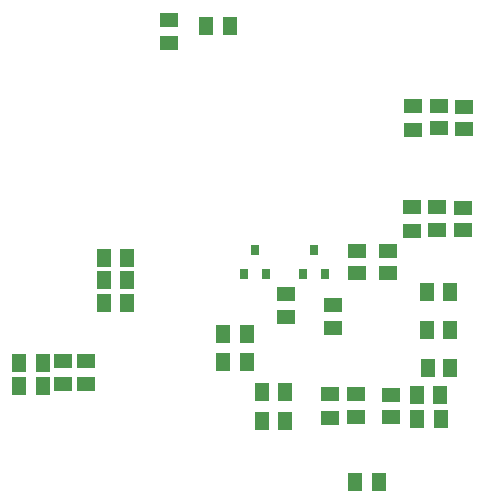
<source format=gbr>
G04 EAGLE Gerber RS-274X export*
G75*
%MOMM*%
%FSLAX34Y34*%
%LPD*%
%INSolderpaste Bottom*%
%IPPOS*%
%AMOC8*
5,1,8,0,0,1.08239X$1,22.5*%
G01*
%ADD10R,1.500000X1.300000*%
%ADD11R,1.300000X1.600000*%
%ADD12R,1.600000X1.300000*%
%ADD13R,1.300000X1.500000*%
%ADD14R,0.800000X0.900000*%


D10*
X522045Y535483D03*
X522045Y554483D03*
X492962Y535685D03*
X492962Y554685D03*
D11*
X543922Y554381D03*
X563922Y554381D03*
D12*
X470763Y534778D03*
X470763Y554778D03*
X473404Y630421D03*
X473404Y610421D03*
D13*
X571830Y641425D03*
X552830Y641425D03*
X572063Y609052D03*
X553063Y609052D03*
D10*
X562610Y798805D03*
X562610Y779805D03*
X561340Y713080D03*
X561340Y694080D03*
X582930Y693445D03*
X582930Y712445D03*
X584200Y779170D03*
X584200Y798170D03*
D12*
X540385Y712945D03*
X540385Y692945D03*
X541020Y798670D03*
X541020Y778670D03*
D14*
X456793Y676571D03*
X466293Y656571D03*
X447293Y656571D03*
X406882Y676698D03*
X416382Y656698D03*
X397382Y656698D03*
D10*
X493274Y676232D03*
X493274Y657232D03*
X519829Y657369D03*
X519829Y676369D03*
D11*
X544583Y533856D03*
X564583Y533856D03*
X512005Y480770D03*
X492005Y480770D03*
D12*
X334010Y851695D03*
X334010Y871695D03*
D11*
X365920Y866775D03*
X385920Y866775D03*
D13*
X553259Y576601D03*
X572259Y576601D03*
D11*
X432757Y556462D03*
X412757Y556462D03*
X432757Y531824D03*
X412757Y531824D03*
X400245Y605992D03*
X380245Y605992D03*
D12*
X433018Y619819D03*
X433018Y639819D03*
D11*
X400245Y581608D03*
X380245Y581608D03*
D12*
X244550Y563050D03*
X244550Y583050D03*
X263600Y563050D03*
X263600Y583050D03*
D11*
X207450Y580950D03*
X227450Y580950D03*
X207450Y561900D03*
X227450Y561900D03*
X278850Y651200D03*
X298850Y651200D03*
X278850Y670250D03*
X298850Y670250D03*
X278850Y632150D03*
X298850Y632150D03*
M02*

</source>
